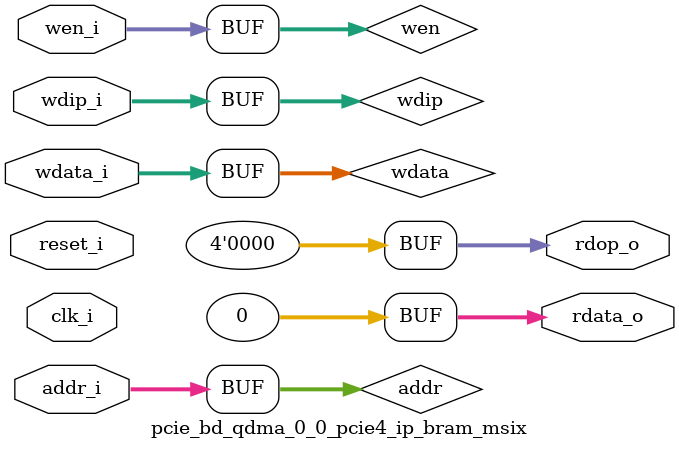
<source format=v>
`timescale 1ps/1ps

(* DowngradeIPIdentifiedWarnings = "yes" *)
module pcie_bd_qdma_0_0_pcie4_ip_bram_msix #(

  parameter           TCQ = 100
, parameter           TO_RAM_PIPELINE="FALSE"
, parameter           FROM_RAM_PIPELINE="FALSE"
, parameter           MSIX_CAP_TABLE_SIZE=11'h0
, parameter           MSIX_TABLE_RAM_ENABLE="FALSE"

  ) (

  input  wire         clk_i,
  input  wire         reset_i,

  input  wire  [12:0] addr_i,
  input  wire  [31:0] wdata_i,
  input  wire   [3:0] wdip_i,
  input  wire   [3:0] wen_i,
  output wire  [31:0] rdata_o,
  output wire   [3:0] rdop_o

  );

  // WIP : Use Total number of functions (PFs + VFs) to calculate the NUM_BRAM_4K
  localparam integer NUM_BRAM_4K = (MSIX_TABLE_RAM_ENABLE == "TRUE") ? 8 : 0 ;
 

  reg          [12:0] addr;
  reg          [12:0] addr_p0;
  reg          [12:0] addr_p1;
  reg          [31:0] wdata;
  reg           [3:0] wdip;
  reg           [3:0] wen;
  reg          [31:0] reg_rdata;
  reg           [3:0] reg_rdop;
  wire         [31:0] rdata;
  wire          [3:0] rdop;
  genvar              i;
  wire    [(8*4)-1:0] bram_4k_wen;
  wire   [(8*32)-1:0] rdata_t;
  wire    [(8*4)-1:0] rdop_t;

  //
  // Optional input pipe stages
  //
  generate

    if (TO_RAM_PIPELINE == "TRUE") begin : TORAMPIPELINE

      always @(posedge clk_i) begin
     
        if (reset_i) begin

          addr <= #(TCQ) 13'b0;
          wdata <= #(TCQ) 32'b0;
          wdip <= #(TCQ) 4'b0;
          wen <= #(TCQ) 4'b0;

        end else begin

          addr <= #(TCQ) addr_i;
          wdata <= #(TCQ) wdata_i;
          wdip <= #(TCQ) wdip_i;
          wen <= #(TCQ) wen_i;

        end

      end

    end else begin : NOTORAMPIPELINE

      always @(*) begin

          addr = addr_i;
          wdata = wdata_i;
          wdip = wdip_i;
          wen = wen_i;

      end


    end

  endgenerate

  // 
  // Address pipeline
  //
  always @(posedge clk_i) begin
     
    if (reset_i) begin

      addr_p0 <= #(TCQ) 13'b0;
      addr_p1 <= #(TCQ) 13'b0;

    end else begin

      addr_p0 <= #(TCQ) addr;
      addr_p1 <= #(TCQ) addr_p0;

    end

  end

  //
  // Optional output pipe stages
  //
  generate

    if (FROM_RAM_PIPELINE == "TRUE") begin : FRMRAMPIPELINE


      always @(posedge clk_i) begin
     
        if (reset_i) begin

          reg_rdata <= #(TCQ) 32'b0;
          reg_rdop <= #(TCQ) 4'b0;

        end else begin

          case (addr_p1[12:10]) 
            3'b000 : begin
              reg_rdata <= #(TCQ) rdata_t[(32*(0))+31:(32*(0))+0];
              reg_rdop <= #(TCQ) rdop_t[(4*(0))+3:(4*(0))+0];
            end
            3'b001 : begin
              reg_rdata <= #(TCQ) rdata_t[(32*(1))+31:(32*(1))+0];
              reg_rdop <= #(TCQ) rdop_t[(4*(1))+3:(4*(1))+0];
            end
            3'b010 : begin
              reg_rdata <= #(TCQ) rdata_t[(32*(2))+31:(32*(2))+0];
              reg_rdop <= #(TCQ) rdop_t[(4*(2))+3:(4*(2))+0];
            end
            3'b011 : begin
              reg_rdata <= #(TCQ) rdata_t[(32*(3))+31:(32*(3))+0];
              reg_rdop <= #(TCQ) rdop_t[(4*(3))+3:(4*(3))+0];
            end
            3'b100 : begin
              reg_rdata <= #(TCQ) rdata_t[(32*(4))+31:(32*(4))+0];
              reg_rdop <= #(TCQ) rdop_t[(4*(4))+3:(4*(4))+0];
            end
            3'b101 : begin
              reg_rdata <= #(TCQ) rdata_t[(32*(5))+31:(32*(5))+0];
              reg_rdop <= #(TCQ) rdop_t[(4*(5))+3:(4*(5))+0];
            end
            3'b110 : begin
              reg_rdata <= #(TCQ) rdata_t[(32*(6))+31:(32*(6))+0];
              reg_rdop <= #(TCQ) rdop_t[(4*(6))+3:(4*(6))+0];
            end
            3'b111 : begin
              reg_rdata <= #(TCQ) rdata_t[(32*(7))+31:(32*(7))+0];
              reg_rdop <= #(TCQ) rdop_t[(4*(7))+3:(4*(7))+0];
            end
          endcase

        end

      end

    end else begin : NOFRMRAMPIPELINE

      always @(*) begin

          case (addr_p1[12:10]) 
            3'b000 : begin
              reg_rdata <= #(TCQ) rdata_t[(32*(0))+31:(32*(0))+0];
              reg_rdop <= #(TCQ) rdop_t[(4*(0))+3:(4*(0))+0];
            end
            3'b001 : begin
              reg_rdata <= #(TCQ) rdata_t[(32*(1))+31:(32*(1))+0];
              reg_rdop <= #(TCQ) rdop_t[(4*(1))+3:(4*(1))+0];
            end
            3'b010 : begin
              reg_rdata <= #(TCQ) rdata_t[(32*(2))+31:(32*(2))+0];
              reg_rdop <= #(TCQ) rdop_t[(4*(2))+3:(4*(2))+0];
            end
            3'b011 : begin
              reg_rdata <= #(TCQ) rdata_t[(32*(3))+31:(32*(3))+0];
              reg_rdop <= #(TCQ) rdop_t[(4*(3))+3:(4*(3))+0];
            end
            3'b100 : begin
              reg_rdata <= #(TCQ) rdata_t[(32*(4))+31:(32*(4))+0];
              reg_rdop <= #(TCQ) rdop_t[(4*(4))+3:(4*(4))+0];
            end
            3'b101 : begin
              reg_rdata <= #(TCQ) rdata_t[(32*(5))+31:(32*(5))+0];
              reg_rdop <= #(TCQ) rdop_t[(4*(5))+3:(4*(5))+0];
            end
            3'b110 : begin
              reg_rdata <= #(TCQ) rdata_t[(32*(6))+31:(32*(6))+0];
              reg_rdop <= #(TCQ) rdop_t[(4*(6))+3:(4*(6))+0];
            end
            3'b111 : begin
              reg_rdata <= #(TCQ) rdata_t[(32*(7))+31:(32*(7))+0];
              reg_rdop <= #(TCQ) rdop_t[(4*(7))+3:(4*(7))+0];
            end
          endcase

      end

    end
  
  endgenerate

  assign rdata_o = (MSIX_TABLE_RAM_ENABLE == "TRUE") ?  reg_rdata : 32'h0;
  assign rdop_o = (MSIX_TABLE_RAM_ENABLE == "TRUE") ? reg_rdop : 4'h0;

  generate 
  
    for (i=0; i<NUM_BRAM_4K; i=i+1) begin : BRAM4K

      pcie_bd_qdma_0_0_pcie4_ip_bram_4k_int #(
          .TCQ(TCQ)
        )
        bram_4k_int (
    
          .clk_i (clk_i),
          .reset_i (reset_i),
    
          .addr_i(addr[9:0]),
          .wdata_i(wdata),
          .wdip_i(wdip),
          .wen_i(bram_4k_wen[(4*(i))+3:(4*(i))+0]),
          .rdata_o(rdata_t[(32*i)+31:(32*i)+0]),
          .rdop_o(rdop_t[(4*i)+3:(4*i)+0]),
          .baddr_i(10'b0),
          .brdata_o()

      );
      assign bram_4k_wen[(4*(i))+3:(4*(i))+0] = wen & {4{(i == addr[12:10])}};  
      
    end

  endgenerate

endmodule

</source>
